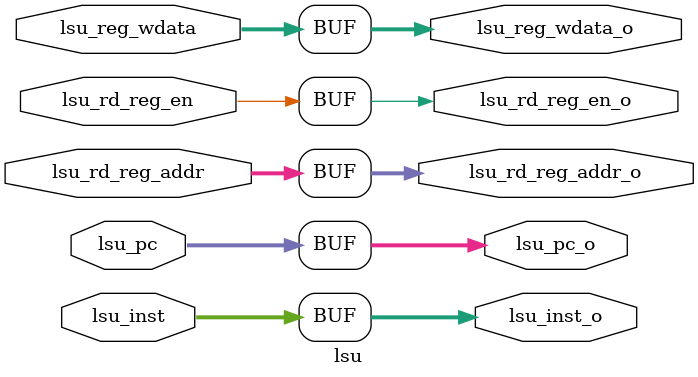
<source format=v>
module lsu(

    input [31:0] lsu_reg_wdata,     
    input        lsu_rd_reg_en,                  
    input [4:0]  lsu_rd_reg_addr,
    input [31:0] lsu_pc,
    input [31:0] lsu_inst,

    output [31:0] lsu_reg_wdata_o,     
    output        lsu_rd_reg_en_o,                  
    output [4:0]  lsu_rd_reg_addr_o,
    output [31:0] lsu_pc_o,
    output [31:0] lsu_inst_o

);

always @(*) begin

    lsu_reg_wdata_o   = lsu_reg_wdata;     
    lsu_rd_reg_en_o   = lsu_rd_reg_en;               
    lsu_rd_reg_addr_o = lsu_rd_reg_addr;
    lsu_pc_o          = lsu_pc;
    lsu_inst_o        = lsu_inst;

end

endmodule
</source>
